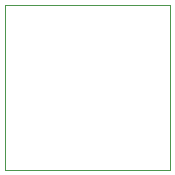
<source format=gbr>
%TF.GenerationSoftware,KiCad,Pcbnew,7.0.6*%
%TF.CreationDate,2024-02-16T19:59:29+01:00*%
%TF.ProjectId,minitari,6d696e69-7461-4726-992e-6b696361645f,rev?*%
%TF.SameCoordinates,Original*%
%TF.FileFunction,Profile,NP*%
%FSLAX46Y46*%
G04 Gerber Fmt 4.6, Leading zero omitted, Abs format (unit mm)*
G04 Created by KiCad (PCBNEW 7.0.6) date 2024-02-16 19:59:29*
%MOMM*%
%LPD*%
G01*
G04 APERTURE LIST*
%TA.AperFunction,Profile*%
%ADD10C,0.100000*%
%TD*%
G04 APERTURE END LIST*
D10*
X112342976Y-64400000D02*
X126342976Y-64400000D01*
X126342976Y-78400000D01*
X112342976Y-78400000D01*
X112342976Y-64400000D01*
M02*

</source>
